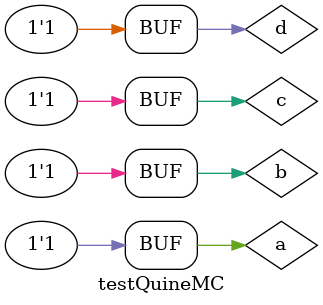
<source format=v>

module QuineMC (s,a,b,c,d);
output s;
input a,b,c,d;
wire s1,s2,s3,s4,s5,s6,s7,s8;

and AND1(s1,~a,c,d);
and AND2(s2,~b,c,d);
and AND3(s3,b,~c,d);
and AND4(s4,~a,b,c);
and AND5(s5,a,~b,d);
and AND6(s6,a,~c,d);
and AND7(s7,a,~b,c);
and AND8(s8,a,b,~c);
and AND9(s9,a,b,~d);

or OR1(s,s1,s2,s3,s4,s5,s6,s7,s8,s9); 

endmodule 

module testQuineMC;

wire s;
reg a,b,c,d;

QuineMC QMC (s,a,b,c,d);

 initial begin
      $display("a  b   c   d  s");
      $monitor("%b  %b   %b   %b  %b", a, b, c, d, s);
  
	     a=0; b=0; c=0; d=0;  
    #1  a=0; b=0; c=0; d=1;
    #1  a=0; b=0; c=1; d=0;
    #1  a=0; b=0; c=1; d=1;
    #1  a=0; b=1; c=0; d=0;
 	 #1  a=0; b=1; c=0; d=1;
    #1  a=0; b=1; c=1; d=0;
    #1  a=0; b=1; c=1; d=1;
    #1  a=1; b=0; c=0; d=0;
    #1  a=1; b=0; c=0; d=1;
    #1  a=1; b=0; c=1; d=0;
    #1  a=1; b=0; c=1; d=1;
    #1  a=1; b=1; c=0; d=0;
    #1  a=1; b=1; c=0; d=1;
    #1  a=1; b=1; c=1; d=0;
    #1  a=1; b=1; c=1; d=1;


        
    end
    endmodule
</source>
